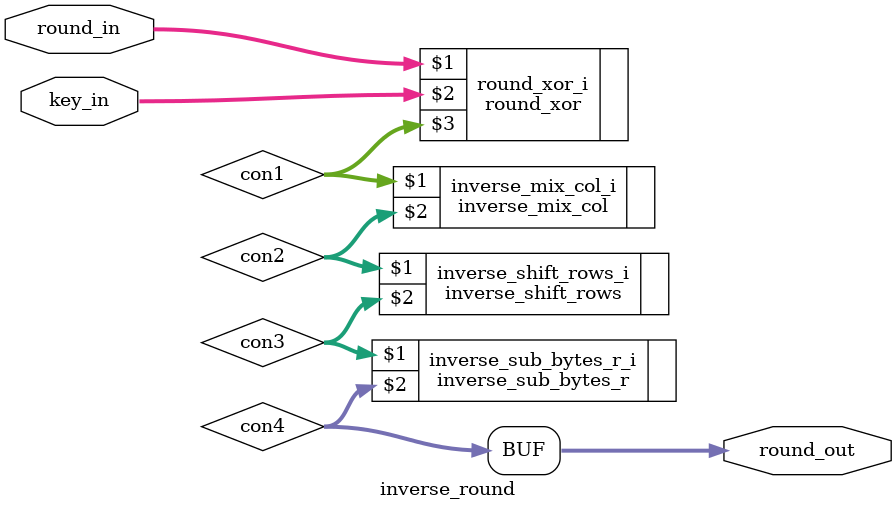
<source format=v>
`timescale 1ns / 1ps
module inverse_round(
    input [127:0] round_in,
    input [127:0] key_in,
    output [127:0] round_out
    );
	
	wire [127:0] con1;
	wire [127:0] con2;
	wire [127:0] con3;
	wire [127:0] con4;
	
	round_xor round_xor_i(round_in, key_in, con1);
	inverse_mix_col inverse_mix_col_i(con1,con2);
	inverse_shift_rows inverse_shift_rows_i(con2,con3);
	inverse_sub_bytes_r inverse_sub_bytes_r_i(con3,con4);

	assign round_out = con4;
endmodule

</source>
